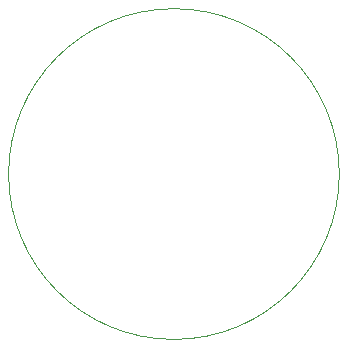
<source format=gm1>
G04 #@! TF.GenerationSoftware,KiCad,Pcbnew,(5.1.7)-1*
G04 #@! TF.CreationDate,2022-06-07T01:14:45+02:00*
G04 #@! TF.ProjectId,Kondensator-Adapter-25mm,4b6f6e64-656e-4736-9174-6f722d416461,rev?*
G04 #@! TF.SameCoordinates,Original*
G04 #@! TF.FileFunction,Profile,NP*
%FSLAX46Y46*%
G04 Gerber Fmt 4.6, Leading zero omitted, Abs format (unit mm)*
G04 Created by KiCad (PCBNEW (5.1.7)-1) date 2022-06-07 01:14:45*
%MOMM*%
%LPD*%
G01*
G04 APERTURE LIST*
G04 #@! TA.AperFunction,Profile*
%ADD10C,0.050000*%
G04 #@! TD*
G04 APERTURE END LIST*
D10*
X188999999Y-40000000D02*
G75*
G03*
X188999999Y-40000000I-13999999J0D01*
G01*
M02*

</source>
